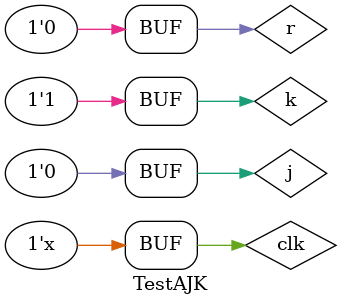
<source format=v>
module TestAJK;
reg clk,j,k,r;
wire q;

AsyncJK ajk(clk,j,k,r,q);

always #2 clk=~clk;

initial begin
clk=0;   r=1;
j=1;     k=0;
#7       j=1;    k=1;
#6       j=1;    k=1;
#6       j=0;    k=0;
#6       j=0;    k=1;
#6       r=0;
end
endmodule
    
</source>
